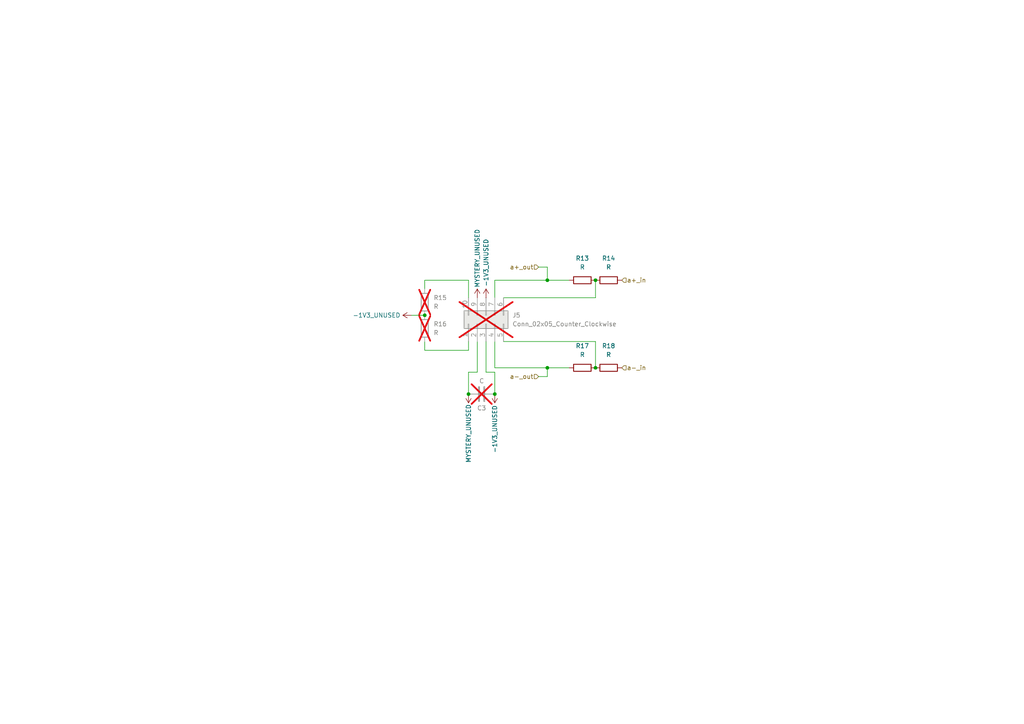
<source format=kicad_sch>
(kicad_sch (version 20231120) (generator "eeschema") (generator_version "8.0")
  (paper "A4")
  (lib_symbols
    (symbol "Connector_Generic:Conn_02x05_Counter_Clockwise" (pin_names (offset 1.016) hide)
      (property "Reference" "J" (at 1.27 7.62 0))
      (property "Value" "Conn_02x05_Counter_Clockwise" (at 1.27 -7.62 0))
      (symbol "Conn_02x05_Counter_Clockwise_1_1"
        (rectangle (start -1.27 -4.953) (end 0 -5.207) (stroke (width 0.1524)))
        (rectangle (start -1.27 -2.413) (end 0 -2.667) (stroke (width 0.1524)))
        (rectangle (start -1.27 0.127) (end 0 -0.127) (stroke (width 0.1524)))
        (rectangle (start -1.27 2.667) (end 0 2.413) (stroke (width 0.1524)))
        (rectangle (start -1.27 5.207) (end 0 4.953) (stroke (width 0.1524)))
        (rectangle (start -1.27 6.35) (end 3.81 -6.35) (stroke (width 0.254)) (fill (type background)))
        (rectangle (start 3.81 -4.953) (end 2.54 -5.207) (stroke (width 0.1524)))
        (rectangle (start 3.81 -2.413) (end 2.54 -2.667) (stroke (width 0.1524)))
        (rectangle (start 3.81 0.127) (end 2.54 -0.127) (stroke (width 0.1524)))
        (rectangle (start 3.81 2.667) (end 2.54 2.413) (stroke (width 0.1524)))
        (rectangle (start 3.81 5.207) (end 2.54 4.953) (stroke (width 0.1524)))
        (pin passive line (at -5.08 5.08 0) (length 3.81) (name "Pin_1") (number "1"))
        (pin passive line (at 7.62 5.08 180) (length 3.81) (name "Pin_10") (number "10"))
        (pin passive line (at -5.08 2.54 0) (length 3.81) (name "Pin_2") (number "2"))
        (pin passive line (at -5.08 0 0) (length 3.81) (name "Pin_3") (number "3"))
        (pin passive line (at -5.08 -2.54 0) (length 3.81) (name "Pin_4") (number "4"))
        (pin passive line (at -5.08 -5.08 0) (length 3.81) (name "Pin_5") (number "5"))
        (pin passive line (at 7.62 -5.08 180) (length 3.81) (name "Pin_6") (number "6"))
        (pin passive line (at 7.62 -2.54 180) (length 3.81) (name "Pin_7") (number "7"))
        (pin passive line (at 7.62 0 180) (length 3.81) (name "Pin_8") (number "8"))
        (pin passive line (at 7.62 2.54 180) (length 3.81) (name "Pin_9") (number "9"))
      )
    )
    (symbol "Device:C" (pin_numbers hide) (pin_names (offset 0.254))
      (property "Reference" "C" (at 0.635 2.54 0))
      (property "Value" "C" (at 0.635 -2.54 0))
      (symbol "C_0_1"
        (polyline (pts (xy -2.032 -0.762) (xy 2.032 -0.762)) (stroke (width 0.508)))
        (polyline (pts (xy -2.032 0.762) (xy 2.032 0.762)) (stroke (width 0.508)))
      )
      (symbol "C_1_1"
        (pin passive line (at 0 3.81 270) (length 2.794) (name "~") (number "1"))
        (pin passive line (at 0 -3.81 90) (length 2.794) (name "~") (number "2"))
      )
    )
    (symbol "Device:R" (pin_numbers hide) (pin_names (offset 0))
      (property "Reference" "R" (at 2.032 0 90))
      (property "Value" "R" (at 0 0 90))
      (symbol "R_0_1"
        (rectangle (start -1.016 -2.54) (end 1.016 2.54) (stroke (width 0.254)))
      )
      (symbol "R_1_1"
        (pin passive line (at 0 3.81 270) (length 1.27) (name "~") (number "1"))
        (pin passive line (at 0 -3.81 90) (length 1.27) (name "~") (number "2"))
      )
    )
    (symbol "power:+1V35" (power) (pin_numbers hide) (pin_names (offset 0) hide)
      (property "Value" "+1V35" (at 0 3.556 0))
      (symbol "+1V35_0_1"
        (polyline (pts (xy -0.762 1.27) (xy 0 2.54)))
        (polyline (pts (xy 0 0) (xy 0 2.54)))
        (polyline (pts (xy 0 2.54) (xy 0.762 1.27)))
      )
      (symbol "+1V35_1_1"
        (pin power_in line (at 0 0 90) (length 0) (name "~") (number "1"))
      )
    )
  )
  (junction (at 158.75 106.68))
  (junction (at 123.19 91.44))
  (junction (at 172.72 81.28))
  (junction (at 135.89 114.3))
  (junction (at 172.72 106.68))
  (junction (at 158.75 81.28))
  (junction (at 143.51 114.3))
  (wire (pts (xy 158.75 81.28) (xy 143.51 81.28)))
  (wire (pts (xy 158.75 109.22) (xy 158.75 106.68)))
  (wire (pts (xy 123.19 101.6) (xy 135.89 101.6)))
  (wire (pts (xy 156.21 109.22) (xy 158.75 109.22)))
  (wire (pts (xy 140.97 107.95) (xy 140.97 99.06)))
  (wire (pts (xy 158.75 77.47) (xy 158.75 81.28)))
  (wire (pts (xy 143.51 114.3) (xy 143.51 107.95)))
  (wire (pts (xy 172.72 86.36) (xy 146.05 86.36)))
  (wire (pts (xy 119.38 91.44) (xy 123.19 91.44)))
  (wire (pts (xy 172.72 106.68) (xy 172.72 99.06)))
  (wire (pts (xy 135.89 81.28) (xy 135.89 86.36)))
  (wire (pts (xy 143.51 106.68) (xy 143.51 99.06)))
  (wire (pts (xy 123.19 81.28) (xy 135.89 81.28)))
  (wire (pts (xy 165.1 81.28) (xy 158.75 81.28)))
  (wire (pts (xy 123.19 83.82) (xy 123.19 81.28)))
  (wire (pts (xy 156.21 77.47) (xy 158.75 77.47)))
  (wire (pts (xy 143.51 107.95) (xy 140.97 107.95)))
  (wire (pts (xy 135.89 101.6) (xy 135.89 99.06)))
  (wire (pts (xy 172.72 81.28) (xy 172.72 86.36)))
  (wire (pts (xy 135.89 107.95) (xy 135.89 114.3)))
  (wire (pts (xy 172.72 99.06) (xy 146.05 99.06)))
  (wire (pts (xy 123.19 99.06) (xy 123.19 101.6)))
  (wire (pts (xy 143.51 81.28) (xy 143.51 86.36)))
  (wire (pts (xy 138.43 99.06) (xy 138.43 107.95)))
  (wire (pts (xy 138.43 107.95) (xy 135.89 107.95)))
  (wire (pts (xy 165.1 106.68) (xy 158.75 106.68)))
  (wire (pts (xy 158.75 106.68) (xy 143.51 106.68)))
  (hierarchical_label "a+_out" (shape input) (at 156.21 77.47 180))
  (hierarchical_label "a-_out" (shape input) (at 156.21 109.22 180))
  (hierarchical_label "a-_in" (shape input) (at 180.34 106.68 0))
  (hierarchical_label "a+_in" (shape input) (at 180.34 81.28 0))
  (symbol (lib_id "power:+1V35") (at 140.97 86.36 0) (unit 1)
    (property "Reference" "#PWR059" (effects (hide yes)))
    (property "Value" "-1V3_UNUSED" (at 140.97 76.2 90))
    (property "Description" "Power symbol creates a global label with name \"+1V35\"" (effects (hide yes)))
    (instances (project "carrier_tracing" (path "" (reference "#PWR059") (unit 1)) (path "" (reference "#PWR055") (unit 1)) (path "" (reference "#PWR060") (unit 1)) (path "" (reference "#PWR054") (unit 1))))
  )
  (symbol (lib_id "power:+1V35") (at 138.43 86.36 0) (unit 1)
    (property "Reference" "#PWR0120" (effects (hide yes)))
    (property "Value" "MYSTERY_UNUSED" (at 138.43 74.93 90))
    (property "Description" "Power symbol creates a global label with name \"+1V35\"" (effects (hide yes)))
    (instances (project "carrier_tracing" (path "" (reference "#PWR0120") (unit 1)) (path "" (reference "#PWR0109") (unit 1)) (path "" (reference "#PWR0121") (unit 1)) (path "" (reference "#PWR0107") (unit 1))))
  )
  (symbol (lib_id "Device:R") (at 168.91 106.68 270) (unit 1)
    (property "Reference" "R17" (at 168.91 100.33 90))
    (property "Value" "R" (at 168.91 102.87 90))
    (property "Footprint" "Resistor_SMD:R_0603_1608Metric" (effects (hide yes)))
    (property "Description" "Resistor" (effects (hide yes)))
    (instances (project "carrier_tracing" (path "" (reference "R17") (unit 1)) (path "" (reference "R11") (unit 1)) (path "" (reference "R22") (unit 1)) (path "" (reference "R5") (unit 1))))
  )
  (symbol (lib_id "Device:R") (at 176.53 81.28 90) (unit 1)
    (property "Reference" "R14" (at 176.53 74.93 90))
    (property "Value" "R" (at 176.53 77.47 90))
    (property "Footprint" "Resistor_SMD:R_0603_1608Metric" (effects (hide yes)))
    (property "Description" "Resistor" (effects (hide yes)))
    (instances (project "carrier_tracing" (path "" (reference "R14") (unit 1)) (path "" (reference "R8") (unit 1)) (path "" (reference "R23") (unit 1)) (path "" (reference "R2") (unit 1))))
  )
  (symbol (lib_id "Device:R") (at 123.19 95.25 0) (unit 1) (dnp yes)
    (property "Reference" "R16" (at 125.73 93.9799 0) (effects (justify left)))
    (property "Value" "R" (at 125.73 96.5199 0) (effects (justify left)))
    (property "Footprint" "Resistor_SMD:R_0603_1608Metric" (effects (hide yes)))
    (property "Description" "Resistor" (effects (hide yes)))
    (instances (project "carrier_tracing" (path "" (reference "R16") (unit 1)) (path "" (reference "R10") (unit 1)) (path "" (reference "R20") (unit 1)) (path "" (reference "R4") (unit 1))))
  )
  (symbol (lib_id "power:+1V35") (at 143.51 114.3 180) (unit 1)
    (property "Reference" "#PWR068" (effects (hide yes)))
    (property "Value" "-1V3_UNUSED" (at 143.51 124.46 90))
    (property "Description" "Power symbol creates a global label with name \"+1V35\"" (effects (hide yes)))
    (instances (project "carrier_tracing" (path "" (reference "#PWR068") (unit 1)) (path "" (reference "#PWR063") (unit 1)) (path "" (reference "#PWR073") (unit 1)) (path "" (reference "#PWR058") (unit 1))))
  )
  (symbol (lib_id "power:+1V35") (at 119.38 91.44 90) (unit 1)
    (property "Reference" "#PWR071" (effects (hide yes)))
    (property "Value" "-1V3_UNUSED" (at 109.22 91.44 90))
    (property "Description" "Power symbol creates a global label with name \"+1V35\"" (effects (hide yes)))
    (instances (project "carrier_tracing" (path "" (reference "#PWR071") (unit 1)) (path "" (reference "#PWR065") (unit 1)) (path "" (reference "#PWR072") (unit 1)) (path "" (reference "#PWR064") (unit 1))))
  )
  (symbol (lib_id "Device:R") (at 123.19 87.63 0) (unit 1) (dnp yes)
    (property "Reference" "R15" (at 125.73 86.3599 0) (effects (justify left)))
    (property "Value" "R" (at 125.73 88.8999 0) (effects (justify left)))
    (property "Footprint" "Resistor_SMD:R_0603_1608Metric" (effects (hide yes)))
    (property "Description" "Resistor" (effects (hide yes)))
    (instances (project "carrier_tracing" (path "" (reference "R15") (unit 1)) (path "" (reference "R9") (unit 1)) (path "" (reference "R19") (unit 1)) (path "" (reference "R3") (unit 1))))
  )
  (symbol (lib_id "Device:C") (at 139.7 114.3 90) (unit 1) (dnp yes)
    (property "Reference" "C3" (at 139.7 118.364 90))
    (property "Value" "C" (at 139.7 110.49 90))
    (property "Footprint" "Resistor_SMD:R_0603_1608Metric" (effects (hide yes)))
    (property "Description" "Unpolarized capacitor" (effects (hide yes)))
    (instances (project "carrier_tracing" (path "" (reference "C3") (unit 1)) (path "" (reference "C2") (unit 1)) (path "" (reference "C4") (unit 1)) (path "" (reference "C1") (unit 1))))
  )
  (symbol (lib_id "Device:R") (at 176.53 106.68 90) (unit 1)
    (property "Reference" "R18" (at 176.53 100.33 90))
    (property "Value" "R" (at 176.53 102.87 90))
    (property "Footprint" "Resistor_SMD:R_0603_1608Metric" (effects (hide yes)))
    (property "Description" "Resistor" (effects (hide yes)))
    (instances (project "carrier_tracing" (path "" (reference "R18") (unit 1)) (path "" (reference "R12") (unit 1)) (path "" (reference "R24") (unit 1)) (path "" (reference "R6") (unit 1))))
  )
  (symbol (lib_id "Device:R") (at 168.91 81.28 90) (unit 1)
    (property "Reference" "R13" (at 168.91 74.93 90))
    (property "Value" "R" (at 168.91 77.47 90))
    (property "Footprint" "Resistor_SMD:R_0603_1608Metric" (effects (hide yes)))
    (property "Description" "Resistor" (effects (hide yes)))
    (instances (project "carrier_tracing" (path "" (reference "R13") (unit 1)) (path "" (reference "R7") (unit 1)) (path "" (reference "R21") (unit 1)) (path "" (reference "R1") (unit 1))))
  )
  (symbol (lib_id "Connector_Generic:Conn_02x05_Counter_Clockwise") (at 140.97 93.98 90) (unit 1) (dnp yes)
    (property "Reference" "J5" (at 148.59 91.4399 90) (effects (justify right)))
    (property "Value" "Conn_02x05_Counter_Clockwise" (at 148.59 93.9799 90) (effects (justify right)))
    (property "Footprint" "2d5:SOIC-10" (effects (hide yes)))
    (property "Description" "Generic connector, double row, 02x05, counter clockwise pin numbering scheme (similar to DIP package numbering), script generated (kicad-library-utils/schlib/autogen/connector/)" (effects (hide yes)))
    (instances (project "carrier_tracing" (path "" (reference "J5") (unit 1)) (path "" (reference "J4") (unit 1)) (path "" (reference "J6") (unit 1)) (path "" (reference "J3") (unit 1))))
  )
  (symbol (lib_id "power:+1V35") (at 135.89 114.3 180) (unit 1)
    (property "Reference" "#PWR067" (effects (hide yes)))
    (property "Value" "MYSTERY_UNUSED" (at 135.89 125.73 90))
    (property "Description" "Power symbol creates a global label with name \"+1V35\"" (effects (hide yes)))
    (instances (project "carrier_tracing" (path "" (reference "#PWR067") (unit 1)) (path "" (reference "#PWR062") (unit 1)) (path "" (reference "#PWR070") (unit 1)) (path "" (reference "#PWR057") (unit 1))))
  )
)
</source>
